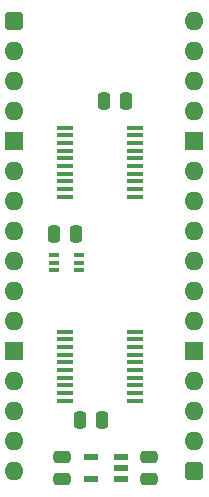
<source format=gts>
%TF.GenerationSoftware,KiCad,Pcbnew,9.0.7*%
%TF.CreationDate,2026-01-29T12:15:36+02:00*%
%TF.ProjectId,State Reader 16bit,53746174-6520-4526-9561-646572203136,V0*%
%TF.SameCoordinates,Original*%
%TF.FileFunction,Soldermask,Top*%
%TF.FilePolarity,Negative*%
%FSLAX46Y46*%
G04 Gerber Fmt 4.6, Leading zero omitted, Abs format (unit mm)*
G04 Created by KiCad (PCBNEW 9.0.7) date 2026-01-29 12:15:36*
%MOMM*%
%LPD*%
G01*
G04 APERTURE LIST*
G04 Aperture macros list*
%AMRoundRect*
0 Rectangle with rounded corners*
0 $1 Rounding radius*
0 $2 $3 $4 $5 $6 $7 $8 $9 X,Y pos of 4 corners*
0 Add a 4 corners polygon primitive as box body*
4,1,4,$2,$3,$4,$5,$6,$7,$8,$9,$2,$3,0*
0 Add four circle primitives for the rounded corners*
1,1,$1+$1,$2,$3*
1,1,$1+$1,$4,$5*
1,1,$1+$1,$6,$7*
1,1,$1+$1,$8,$9*
0 Add four rect primitives between the rounded corners*
20,1,$1+$1,$2,$3,$4,$5,0*
20,1,$1+$1,$4,$5,$6,$7,0*
20,1,$1+$1,$6,$7,$8,$9,0*
20,1,$1+$1,$8,$9,$2,$3,0*%
G04 Aperture macros list end*
%ADD10RoundRect,0.250000X0.475000X-0.250000X0.475000X0.250000X-0.475000X0.250000X-0.475000X-0.250000X0*%
%ADD11R,1.475000X0.450000*%
%ADD12RoundRect,0.250000X0.250000X0.475000X-0.250000X0.475000X-0.250000X-0.475000X0.250000X-0.475000X0*%
%ADD13RoundRect,0.400000X-0.400000X-0.400000X0.400000X-0.400000X0.400000X0.400000X-0.400000X0.400000X0*%
%ADD14O,1.600000X1.600000*%
%ADD15R,1.600000X1.600000*%
%ADD16RoundRect,0.250000X-0.250000X-0.475000X0.250000X-0.475000X0.250000X0.475000X-0.250000X0.475000X0*%
%ADD17R,1.150000X0.600000*%
%ADD18R,0.875000X0.450000*%
G04 APERTURE END LIST*
D10*
%TO.C,C5*%
X4064000Y-38780000D03*
X4064000Y-36880000D03*
%TD*%
D11*
%TO.C,IC2*%
X10177000Y-14863000D03*
X10177000Y-14213000D03*
X10177000Y-13563000D03*
X10177000Y-12913000D03*
X10177000Y-12263000D03*
X10177000Y-11613000D03*
X10177000Y-10963000D03*
X10177000Y-10313000D03*
X10177000Y-9663000D03*
X10177000Y-9013000D03*
X4301000Y-9013000D03*
X4301000Y-9663000D03*
X4301000Y-10313000D03*
X4301000Y-10963000D03*
X4301000Y-11613000D03*
X4301000Y-12263000D03*
X4301000Y-12913000D03*
X4301000Y-13563000D03*
X4301000Y-14213000D03*
X4301000Y-14863000D03*
%TD*%
D12*
%TO.C,C1*%
X5252000Y-18034000D03*
X3352000Y-18034000D03*
%TD*%
D10*
%TO.C,C4*%
X11430000Y-38780000D03*
X11430000Y-36880000D03*
%TD*%
D13*
%TO.C,J1*%
X0Y0D03*
D14*
X0Y-2540000D03*
X0Y-5080000D03*
X0Y-7620000D03*
D15*
X0Y-10160000D03*
D14*
X0Y-12700000D03*
X0Y-15240000D03*
X0Y-17780000D03*
X0Y-20320000D03*
X0Y-22860000D03*
X0Y-25400000D03*
D15*
X0Y-27940000D03*
D14*
X0Y-30480000D03*
X0Y-33020000D03*
X0Y-35560000D03*
X0Y-38100000D03*
D13*
X15240000Y-38100000D03*
D14*
X15240000Y-35560000D03*
X15240000Y-33020000D03*
X15240000Y-30480000D03*
D15*
X15240000Y-27940000D03*
D14*
X15240000Y-25400000D03*
X15240000Y-22860000D03*
X15240000Y-20320000D03*
X15240000Y-17780000D03*
X15240000Y-15240000D03*
X15240000Y-12700000D03*
D15*
X15240000Y-10160000D03*
D14*
X15240000Y-7620000D03*
X15240000Y-5080000D03*
X15240000Y-2540000D03*
X15240000Y0D03*
%TD*%
D16*
%TO.C,C2*%
X5543000Y-33782000D03*
X7443000Y-33782000D03*
%TD*%
D11*
%TO.C,IC6*%
X10177000Y-32135000D03*
X10177000Y-31485000D03*
X10177000Y-30835000D03*
X10177000Y-30185000D03*
X10177000Y-29535000D03*
X10177000Y-28885000D03*
X10177000Y-28235000D03*
X10177000Y-27585000D03*
X10177000Y-26935000D03*
X10177000Y-26285000D03*
X4301000Y-26285000D03*
X4301000Y-26935000D03*
X4301000Y-27585000D03*
X4301000Y-28235000D03*
X4301000Y-28885000D03*
X4301000Y-29535000D03*
X4301000Y-30185000D03*
X4301000Y-30835000D03*
X4301000Y-31485000D03*
X4301000Y-32135000D03*
%TD*%
D16*
%TO.C,C9*%
X7575000Y-6731000D03*
X9475000Y-6731000D03*
%TD*%
D17*
%TO.C,IC5*%
X9047000Y-38796000D03*
X9047000Y-37846000D03*
X9047000Y-36896000D03*
X6447000Y-36896000D03*
X6447000Y-38796000D03*
%TD*%
D18*
%TO.C,IC3*%
X3383000Y-19797000D03*
X3383000Y-20447000D03*
X3383000Y-21097000D03*
X5507000Y-21097000D03*
X5507000Y-20447000D03*
X5507000Y-19797000D03*
%TD*%
M02*

</source>
